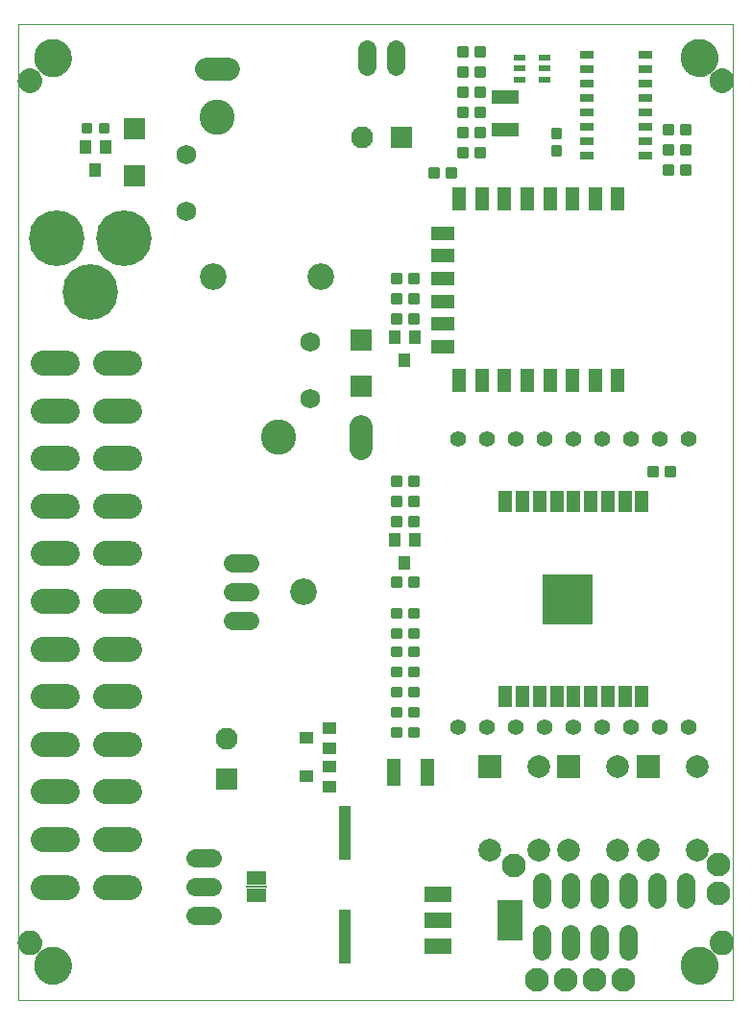
<source format=gts>
G75*
%MOIN*%
%OFA0B0*%
%FSLAX24Y24*%
%IPPOS*%
%LPD*%
%AMOC8*
5,1,8,0,0,1.08239X$1,22.5*
%
%ADD10C,0.0000*%
%ADD11C,0.1300*%
%ADD12R,0.0768X0.0768*%
%ADD13C,0.0768*%
%ADD14C,0.0634*%
%ADD15C,0.0867*%
%ADD16R,0.0940X0.0540*%
%ADD17R,0.0890X0.1440*%
%ADD18R,0.0490X0.0940*%
%ADD19R,0.0434X0.1890*%
%ADD20R,0.0512X0.0276*%
%ADD21C,0.0097*%
%ADD22R,0.0434X0.0237*%
%ADD23R,0.0790X0.0790*%
%ADD24C,0.0790*%
%ADD25C,0.0640*%
%ADD26C,0.1930*%
%ADD27C,0.0926*%
%ADD28C,0.0690*%
%ADD29C,0.1221*%
%ADD30R,0.0737X0.0749*%
%ADD31R,0.0512X0.0827*%
%ADD32R,0.0827X0.0512*%
%ADD33C,0.0808*%
%ADD34R,0.0940X0.0490*%
%ADD35R,0.0473X0.0768*%
%ADD36R,0.1733X0.1733*%
%ADD37C,0.0050*%
%ADD38C,0.0827*%
%ADD39R,0.0440X0.0490*%
%ADD40R,0.0490X0.0440*%
%ADD41R,0.0670X0.0500*%
%ADD42R,0.0720X0.0060*%
%ADD43C,0.0555*%
D10*
X001857Y002453D02*
X001857Y036312D01*
X026660Y036312D01*
X026660Y002453D01*
X001857Y002453D01*
X002408Y003634D02*
X002410Y003684D01*
X002416Y003734D01*
X002426Y003783D01*
X002440Y003831D01*
X002457Y003878D01*
X002478Y003923D01*
X002503Y003967D01*
X002531Y004008D01*
X002563Y004047D01*
X002597Y004084D01*
X002634Y004118D01*
X002674Y004148D01*
X002716Y004175D01*
X002760Y004199D01*
X002806Y004220D01*
X002853Y004236D01*
X002901Y004249D01*
X002951Y004258D01*
X003000Y004263D01*
X003051Y004264D01*
X003101Y004261D01*
X003150Y004254D01*
X003199Y004243D01*
X003247Y004228D01*
X003293Y004210D01*
X003338Y004188D01*
X003381Y004162D01*
X003422Y004133D01*
X003461Y004101D01*
X003497Y004066D01*
X003529Y004028D01*
X003559Y003988D01*
X003586Y003945D01*
X003609Y003901D01*
X003628Y003855D01*
X003644Y003807D01*
X003656Y003758D01*
X003664Y003709D01*
X003668Y003659D01*
X003668Y003609D01*
X003664Y003559D01*
X003656Y003510D01*
X003644Y003461D01*
X003628Y003413D01*
X003609Y003367D01*
X003586Y003323D01*
X003559Y003280D01*
X003529Y003240D01*
X003497Y003202D01*
X003461Y003167D01*
X003422Y003135D01*
X003381Y003106D01*
X003338Y003080D01*
X003293Y003058D01*
X003247Y003040D01*
X003199Y003025D01*
X003150Y003014D01*
X003101Y003007D01*
X003051Y003004D01*
X003000Y003005D01*
X002951Y003010D01*
X002901Y003019D01*
X002853Y003032D01*
X002806Y003048D01*
X002760Y003069D01*
X002716Y003093D01*
X002674Y003120D01*
X002634Y003150D01*
X002597Y003184D01*
X002563Y003221D01*
X002531Y003260D01*
X002503Y003301D01*
X002478Y003345D01*
X002457Y003390D01*
X002440Y003437D01*
X002426Y003485D01*
X002416Y003534D01*
X002410Y003584D01*
X002408Y003634D01*
X024849Y003634D02*
X024851Y003684D01*
X024857Y003734D01*
X024867Y003783D01*
X024881Y003831D01*
X024898Y003878D01*
X024919Y003923D01*
X024944Y003967D01*
X024972Y004008D01*
X025004Y004047D01*
X025038Y004084D01*
X025075Y004118D01*
X025115Y004148D01*
X025157Y004175D01*
X025201Y004199D01*
X025247Y004220D01*
X025294Y004236D01*
X025342Y004249D01*
X025392Y004258D01*
X025441Y004263D01*
X025492Y004264D01*
X025542Y004261D01*
X025591Y004254D01*
X025640Y004243D01*
X025688Y004228D01*
X025734Y004210D01*
X025779Y004188D01*
X025822Y004162D01*
X025863Y004133D01*
X025902Y004101D01*
X025938Y004066D01*
X025970Y004028D01*
X026000Y003988D01*
X026027Y003945D01*
X026050Y003901D01*
X026069Y003855D01*
X026085Y003807D01*
X026097Y003758D01*
X026105Y003709D01*
X026109Y003659D01*
X026109Y003609D01*
X026105Y003559D01*
X026097Y003510D01*
X026085Y003461D01*
X026069Y003413D01*
X026050Y003367D01*
X026027Y003323D01*
X026000Y003280D01*
X025970Y003240D01*
X025938Y003202D01*
X025902Y003167D01*
X025863Y003135D01*
X025822Y003106D01*
X025779Y003080D01*
X025734Y003058D01*
X025688Y003040D01*
X025640Y003025D01*
X025591Y003014D01*
X025542Y003007D01*
X025492Y003004D01*
X025441Y003005D01*
X025392Y003010D01*
X025342Y003019D01*
X025294Y003032D01*
X025247Y003048D01*
X025201Y003069D01*
X025157Y003093D01*
X025115Y003120D01*
X025075Y003150D01*
X025038Y003184D01*
X025004Y003221D01*
X024972Y003260D01*
X024944Y003301D01*
X024919Y003345D01*
X024898Y003390D01*
X024881Y003437D01*
X024867Y003485D01*
X024857Y003534D01*
X024851Y003584D01*
X024849Y003634D01*
X024849Y035130D02*
X024851Y035180D01*
X024857Y035230D01*
X024867Y035279D01*
X024881Y035327D01*
X024898Y035374D01*
X024919Y035419D01*
X024944Y035463D01*
X024972Y035504D01*
X025004Y035543D01*
X025038Y035580D01*
X025075Y035614D01*
X025115Y035644D01*
X025157Y035671D01*
X025201Y035695D01*
X025247Y035716D01*
X025294Y035732D01*
X025342Y035745D01*
X025392Y035754D01*
X025441Y035759D01*
X025492Y035760D01*
X025542Y035757D01*
X025591Y035750D01*
X025640Y035739D01*
X025688Y035724D01*
X025734Y035706D01*
X025779Y035684D01*
X025822Y035658D01*
X025863Y035629D01*
X025902Y035597D01*
X025938Y035562D01*
X025970Y035524D01*
X026000Y035484D01*
X026027Y035441D01*
X026050Y035397D01*
X026069Y035351D01*
X026085Y035303D01*
X026097Y035254D01*
X026105Y035205D01*
X026109Y035155D01*
X026109Y035105D01*
X026105Y035055D01*
X026097Y035006D01*
X026085Y034957D01*
X026069Y034909D01*
X026050Y034863D01*
X026027Y034819D01*
X026000Y034776D01*
X025970Y034736D01*
X025938Y034698D01*
X025902Y034663D01*
X025863Y034631D01*
X025822Y034602D01*
X025779Y034576D01*
X025734Y034554D01*
X025688Y034536D01*
X025640Y034521D01*
X025591Y034510D01*
X025542Y034503D01*
X025492Y034500D01*
X025441Y034501D01*
X025392Y034506D01*
X025342Y034515D01*
X025294Y034528D01*
X025247Y034544D01*
X025201Y034565D01*
X025157Y034589D01*
X025115Y034616D01*
X025075Y034646D01*
X025038Y034680D01*
X025004Y034717D01*
X024972Y034756D01*
X024944Y034797D01*
X024919Y034841D01*
X024898Y034886D01*
X024881Y034933D01*
X024867Y034981D01*
X024857Y035030D01*
X024851Y035080D01*
X024849Y035130D01*
X002408Y035130D02*
X002410Y035180D01*
X002416Y035230D01*
X002426Y035279D01*
X002440Y035327D01*
X002457Y035374D01*
X002478Y035419D01*
X002503Y035463D01*
X002531Y035504D01*
X002563Y035543D01*
X002597Y035580D01*
X002634Y035614D01*
X002674Y035644D01*
X002716Y035671D01*
X002760Y035695D01*
X002806Y035716D01*
X002853Y035732D01*
X002901Y035745D01*
X002951Y035754D01*
X003000Y035759D01*
X003051Y035760D01*
X003101Y035757D01*
X003150Y035750D01*
X003199Y035739D01*
X003247Y035724D01*
X003293Y035706D01*
X003338Y035684D01*
X003381Y035658D01*
X003422Y035629D01*
X003461Y035597D01*
X003497Y035562D01*
X003529Y035524D01*
X003559Y035484D01*
X003586Y035441D01*
X003609Y035397D01*
X003628Y035351D01*
X003644Y035303D01*
X003656Y035254D01*
X003664Y035205D01*
X003668Y035155D01*
X003668Y035105D01*
X003664Y035055D01*
X003656Y035006D01*
X003644Y034957D01*
X003628Y034909D01*
X003609Y034863D01*
X003586Y034819D01*
X003559Y034776D01*
X003529Y034736D01*
X003497Y034698D01*
X003461Y034663D01*
X003422Y034631D01*
X003381Y034602D01*
X003338Y034576D01*
X003293Y034554D01*
X003247Y034536D01*
X003199Y034521D01*
X003150Y034510D01*
X003101Y034503D01*
X003051Y034500D01*
X003000Y034501D01*
X002951Y034506D01*
X002901Y034515D01*
X002853Y034528D01*
X002806Y034544D01*
X002760Y034565D01*
X002716Y034589D01*
X002674Y034616D01*
X002634Y034646D01*
X002597Y034680D01*
X002563Y034717D01*
X002531Y034756D01*
X002503Y034797D01*
X002478Y034841D01*
X002457Y034886D01*
X002440Y034933D01*
X002426Y034981D01*
X002416Y035030D01*
X002410Y035080D01*
X002408Y035130D01*
D11*
X003038Y035130D03*
X025479Y035130D03*
X025479Y003634D03*
X003038Y003634D03*
D12*
X009070Y010118D03*
X015145Y032375D03*
D13*
X013767Y032375D03*
X009070Y011496D03*
D14*
X008567Y007363D02*
X007974Y007363D01*
X007974Y006363D02*
X008567Y006363D01*
X008567Y005363D02*
X007974Y005363D01*
D15*
X005716Y006351D02*
X004889Y006351D01*
X003550Y006351D02*
X002723Y006351D01*
X002723Y008005D02*
X003550Y008005D01*
X003550Y009658D02*
X002723Y009658D01*
X002723Y011312D02*
X003550Y011312D01*
X003550Y012965D02*
X002723Y012965D01*
X002723Y014619D02*
X003550Y014619D01*
X004889Y014619D02*
X005716Y014619D01*
X005716Y012965D02*
X004889Y012965D01*
X004889Y011312D02*
X005716Y011312D01*
X005716Y009658D02*
X004889Y009658D01*
X004889Y008005D02*
X005716Y008005D01*
X005716Y016272D02*
X004889Y016272D01*
X004889Y017926D02*
X005716Y017926D01*
X005716Y019579D02*
X004889Y019579D01*
X003550Y019579D02*
X002723Y019579D01*
X002723Y017926D02*
X003550Y017926D01*
X003550Y016272D02*
X002723Y016272D01*
X002723Y021233D02*
X003550Y021233D01*
X003550Y022886D02*
X002723Y022886D01*
X002723Y024540D02*
X003550Y024540D01*
X004889Y024540D02*
X005716Y024540D01*
X005716Y022886D02*
X004889Y022886D01*
X004889Y021233D02*
X005716Y021233D01*
D16*
X016394Y006114D03*
X016394Y005214D03*
X016394Y004314D03*
D17*
X018894Y005214D03*
D18*
X016032Y010323D03*
X014882Y010323D03*
D19*
X013191Y008234D03*
X013191Y004651D03*
D20*
X021564Y031743D03*
X021564Y032243D03*
X021564Y032743D03*
X021564Y033243D03*
X021564Y033743D03*
X021564Y034243D03*
X021564Y034743D03*
X021564Y035243D03*
X023611Y035243D03*
X023611Y034743D03*
X023611Y034243D03*
X023611Y033743D03*
X023611Y033243D03*
X023611Y032743D03*
X023611Y032243D03*
X023611Y031743D03*
D21*
X024245Y031807D02*
X024537Y031807D01*
X024245Y031807D02*
X024245Y032099D01*
X024537Y032099D01*
X024537Y031807D01*
X024537Y031904D02*
X024245Y031904D01*
X024245Y032001D02*
X024537Y032001D01*
X024537Y032098D02*
X024245Y032098D01*
X024245Y032507D02*
X024537Y032507D01*
X024245Y032507D02*
X024245Y032799D01*
X024537Y032799D01*
X024537Y032507D01*
X024537Y032604D02*
X024245Y032604D01*
X024245Y032701D02*
X024537Y032701D01*
X024537Y032798D02*
X024245Y032798D01*
X024845Y032507D02*
X025137Y032507D01*
X024845Y032507D02*
X024845Y032799D01*
X025137Y032799D01*
X025137Y032507D01*
X025137Y032604D02*
X024845Y032604D01*
X024845Y032701D02*
X025137Y032701D01*
X025137Y032798D02*
X024845Y032798D01*
X024845Y031807D02*
X025137Y031807D01*
X024845Y031807D02*
X024845Y032099D01*
X025137Y032099D01*
X025137Y031807D01*
X025137Y031904D02*
X024845Y031904D01*
X024845Y032001D02*
X025137Y032001D01*
X025137Y032098D02*
X024845Y032098D01*
X024845Y031399D02*
X025137Y031399D01*
X025137Y031107D01*
X024845Y031107D01*
X024845Y031399D01*
X024845Y031204D02*
X025137Y031204D01*
X025137Y031301D02*
X024845Y031301D01*
X024845Y031398D02*
X025137Y031398D01*
X024537Y031399D02*
X024245Y031399D01*
X024537Y031399D02*
X024537Y031107D01*
X024245Y031107D01*
X024245Y031399D01*
X024245Y031204D02*
X024537Y031204D01*
X024537Y031301D02*
X024245Y031301D01*
X024245Y031398D02*
X024537Y031398D01*
X020659Y031771D02*
X020659Y032063D01*
X020659Y031771D02*
X020367Y031771D01*
X020367Y032063D01*
X020659Y032063D01*
X020659Y031868D02*
X020367Y031868D01*
X020367Y031965D02*
X020659Y031965D01*
X020659Y032062D02*
X020367Y032062D01*
X020659Y032371D02*
X020659Y032663D01*
X020659Y032371D02*
X020367Y032371D01*
X020367Y032663D01*
X020659Y032663D01*
X020659Y032468D02*
X020367Y032468D01*
X020367Y032565D02*
X020659Y032565D01*
X020659Y032662D02*
X020367Y032662D01*
X018003Y032407D02*
X017711Y032407D01*
X017711Y032699D01*
X018003Y032699D01*
X018003Y032407D01*
X018003Y032504D02*
X017711Y032504D01*
X017711Y032601D02*
X018003Y032601D01*
X018003Y032698D02*
X017711Y032698D01*
X017403Y032407D02*
X017111Y032407D01*
X017111Y032699D01*
X017403Y032699D01*
X017403Y032407D01*
X017403Y032504D02*
X017111Y032504D01*
X017111Y032601D02*
X017403Y032601D01*
X017403Y032698D02*
X017111Y032698D01*
X017111Y033107D02*
X017403Y033107D01*
X017111Y033107D02*
X017111Y033399D01*
X017403Y033399D01*
X017403Y033107D01*
X017403Y033204D02*
X017111Y033204D01*
X017111Y033301D02*
X017403Y033301D01*
X017403Y033398D02*
X017111Y033398D01*
X017111Y034099D02*
X017403Y034099D01*
X017403Y033807D01*
X017111Y033807D01*
X017111Y034099D01*
X017111Y033904D02*
X017403Y033904D01*
X017403Y034001D02*
X017111Y034001D01*
X017111Y034098D02*
X017403Y034098D01*
X017403Y034799D02*
X017111Y034799D01*
X017403Y034799D02*
X017403Y034507D01*
X017111Y034507D01*
X017111Y034799D01*
X017111Y034604D02*
X017403Y034604D01*
X017403Y034701D02*
X017111Y034701D01*
X017111Y034798D02*
X017403Y034798D01*
X017403Y035499D02*
X017111Y035499D01*
X017403Y035499D02*
X017403Y035207D01*
X017111Y035207D01*
X017111Y035499D01*
X017111Y035304D02*
X017403Y035304D01*
X017403Y035401D02*
X017111Y035401D01*
X017111Y035498D02*
X017403Y035498D01*
X017711Y035499D02*
X018003Y035499D01*
X018003Y035207D01*
X017711Y035207D01*
X017711Y035499D01*
X017711Y035304D02*
X018003Y035304D01*
X018003Y035401D02*
X017711Y035401D01*
X017711Y035498D02*
X018003Y035498D01*
X018003Y034799D02*
X017711Y034799D01*
X018003Y034799D02*
X018003Y034507D01*
X017711Y034507D01*
X017711Y034799D01*
X017711Y034604D02*
X018003Y034604D01*
X018003Y034701D02*
X017711Y034701D01*
X017711Y034798D02*
X018003Y034798D01*
X018003Y034099D02*
X017711Y034099D01*
X018003Y034099D02*
X018003Y033807D01*
X017711Y033807D01*
X017711Y034099D01*
X017711Y033904D02*
X018003Y033904D01*
X018003Y034001D02*
X017711Y034001D01*
X017711Y034098D02*
X018003Y034098D01*
X018003Y033107D02*
X017711Y033107D01*
X017711Y033399D01*
X018003Y033399D01*
X018003Y033107D01*
X018003Y033204D02*
X017711Y033204D01*
X017711Y033301D02*
X018003Y033301D01*
X018003Y033398D02*
X017711Y033398D01*
X017711Y031999D02*
X018003Y031999D01*
X018003Y031707D01*
X017711Y031707D01*
X017711Y031999D01*
X017711Y031804D02*
X018003Y031804D01*
X018003Y031901D02*
X017711Y031901D01*
X017711Y031998D02*
X018003Y031998D01*
X017403Y031999D02*
X017111Y031999D01*
X017403Y031999D02*
X017403Y031707D01*
X017111Y031707D01*
X017111Y031999D01*
X017111Y031804D02*
X017403Y031804D01*
X017403Y031901D02*
X017111Y031901D01*
X017111Y031998D02*
X017403Y031998D01*
X017003Y031299D02*
X016711Y031299D01*
X017003Y031299D02*
X017003Y031007D01*
X016711Y031007D01*
X016711Y031299D01*
X016711Y031104D02*
X017003Y031104D01*
X017003Y031201D02*
X016711Y031201D01*
X016711Y031298D02*
X017003Y031298D01*
X016403Y031299D02*
X016111Y031299D01*
X016403Y031299D02*
X016403Y031007D01*
X016111Y031007D01*
X016111Y031299D01*
X016111Y031104D02*
X016403Y031104D01*
X016403Y031201D02*
X016111Y031201D01*
X016111Y031298D02*
X016403Y031298D01*
X015703Y027337D02*
X015411Y027337D01*
X015411Y027629D01*
X015703Y027629D01*
X015703Y027337D01*
X015703Y027434D02*
X015411Y027434D01*
X015411Y027531D02*
X015703Y027531D01*
X015703Y027628D02*
X015411Y027628D01*
X015103Y027337D02*
X014811Y027337D01*
X014811Y027629D01*
X015103Y027629D01*
X015103Y027337D01*
X015103Y027434D02*
X014811Y027434D01*
X014811Y027531D02*
X015103Y027531D01*
X015103Y027628D02*
X014811Y027628D01*
X014811Y026929D02*
X015103Y026929D01*
X015103Y026637D01*
X014811Y026637D01*
X014811Y026929D01*
X014811Y026734D02*
X015103Y026734D01*
X015103Y026831D02*
X014811Y026831D01*
X014811Y026928D02*
X015103Y026928D01*
X015411Y026929D02*
X015703Y026929D01*
X015703Y026637D01*
X015411Y026637D01*
X015411Y026929D01*
X015411Y026734D02*
X015703Y026734D01*
X015703Y026831D02*
X015411Y026831D01*
X015411Y026928D02*
X015703Y026928D01*
X015703Y026229D02*
X015411Y026229D01*
X015703Y026229D02*
X015703Y025937D01*
X015411Y025937D01*
X015411Y026229D01*
X015411Y026034D02*
X015703Y026034D01*
X015703Y026131D02*
X015411Y026131D01*
X015411Y026228D02*
X015703Y026228D01*
X015103Y026229D02*
X014811Y026229D01*
X015103Y026229D02*
X015103Y025937D01*
X014811Y025937D01*
X014811Y026229D01*
X014811Y026034D02*
X015103Y026034D01*
X015103Y026131D02*
X014811Y026131D01*
X014811Y026228D02*
X015103Y026228D01*
X015103Y020307D02*
X014811Y020307D01*
X014811Y020599D01*
X015103Y020599D01*
X015103Y020307D01*
X015103Y020404D02*
X014811Y020404D01*
X014811Y020501D02*
X015103Y020501D01*
X015103Y020598D02*
X014811Y020598D01*
X014811Y019899D02*
X015103Y019899D01*
X015103Y019607D01*
X014811Y019607D01*
X014811Y019899D01*
X014811Y019704D02*
X015103Y019704D01*
X015103Y019801D02*
X014811Y019801D01*
X014811Y019898D02*
X015103Y019898D01*
X015411Y019899D02*
X015703Y019899D01*
X015703Y019607D01*
X015411Y019607D01*
X015411Y019899D01*
X015411Y019704D02*
X015703Y019704D01*
X015703Y019801D02*
X015411Y019801D01*
X015411Y019898D02*
X015703Y019898D01*
X015703Y020307D02*
X015411Y020307D01*
X015411Y020599D01*
X015703Y020599D01*
X015703Y020307D01*
X015703Y020404D02*
X015411Y020404D01*
X015411Y020501D02*
X015703Y020501D01*
X015703Y020598D02*
X015411Y020598D01*
X015411Y019199D02*
X015703Y019199D01*
X015703Y018907D01*
X015411Y018907D01*
X015411Y019199D01*
X015411Y019004D02*
X015703Y019004D01*
X015703Y019101D02*
X015411Y019101D01*
X015411Y019198D02*
X015703Y019198D01*
X015103Y019199D02*
X014811Y019199D01*
X015103Y019199D02*
X015103Y018907D01*
X014811Y018907D01*
X014811Y019199D01*
X014811Y019004D02*
X015103Y019004D01*
X015103Y019101D02*
X014811Y019101D01*
X014811Y019198D02*
X015103Y019198D01*
X015103Y016807D02*
X014811Y016807D01*
X014811Y017099D01*
X015103Y017099D01*
X015103Y016807D01*
X015103Y016904D02*
X014811Y016904D01*
X014811Y017001D02*
X015103Y017001D01*
X015103Y017098D02*
X014811Y017098D01*
X015411Y016807D02*
X015703Y016807D01*
X015411Y016807D02*
X015411Y017099D01*
X015703Y017099D01*
X015703Y016807D01*
X015703Y016904D02*
X015411Y016904D01*
X015411Y017001D02*
X015703Y017001D01*
X015703Y017098D02*
X015411Y017098D01*
X015411Y015727D02*
X015703Y015727D01*
X015411Y015727D02*
X015411Y016019D01*
X015703Y016019D01*
X015703Y015727D01*
X015703Y015824D02*
X015411Y015824D01*
X015411Y015921D02*
X015703Y015921D01*
X015703Y016018D02*
X015411Y016018D01*
X015103Y015727D02*
X014811Y015727D01*
X014811Y016019D01*
X015103Y016019D01*
X015103Y015727D01*
X015103Y015824D02*
X014811Y015824D01*
X014811Y015921D02*
X015103Y015921D01*
X015103Y016018D02*
X014811Y016018D01*
X014811Y015319D02*
X015103Y015319D01*
X015103Y015027D01*
X014811Y015027D01*
X014811Y015319D01*
X014811Y015124D02*
X015103Y015124D01*
X015103Y015221D02*
X014811Y015221D01*
X014811Y015318D02*
X015103Y015318D01*
X015411Y015319D02*
X015703Y015319D01*
X015703Y015027D01*
X015411Y015027D01*
X015411Y015319D01*
X015411Y015124D02*
X015703Y015124D01*
X015703Y015221D02*
X015411Y015221D01*
X015411Y015318D02*
X015703Y015318D01*
X015703Y014397D02*
X015411Y014397D01*
X015411Y014689D01*
X015703Y014689D01*
X015703Y014397D01*
X015703Y014494D02*
X015411Y014494D01*
X015411Y014591D02*
X015703Y014591D01*
X015703Y014688D02*
X015411Y014688D01*
X015103Y014397D02*
X014811Y014397D01*
X014811Y014689D01*
X015103Y014689D01*
X015103Y014397D01*
X015103Y014494D02*
X014811Y014494D01*
X014811Y014591D02*
X015103Y014591D01*
X015103Y014688D02*
X014811Y014688D01*
X014811Y013989D02*
X015103Y013989D01*
X015103Y013697D01*
X014811Y013697D01*
X014811Y013989D01*
X014811Y013794D02*
X015103Y013794D01*
X015103Y013891D02*
X014811Y013891D01*
X014811Y013988D02*
X015103Y013988D01*
X015411Y013989D02*
X015703Y013989D01*
X015703Y013697D01*
X015411Y013697D01*
X015411Y013989D01*
X015411Y013794D02*
X015703Y013794D01*
X015703Y013891D02*
X015411Y013891D01*
X015411Y013988D02*
X015703Y013988D01*
X015703Y012997D02*
X015411Y012997D01*
X015411Y013289D01*
X015703Y013289D01*
X015703Y012997D01*
X015703Y013094D02*
X015411Y013094D01*
X015411Y013191D02*
X015703Y013191D01*
X015703Y013288D02*
X015411Y013288D01*
X015103Y012997D02*
X014811Y012997D01*
X014811Y013289D01*
X015103Y013289D01*
X015103Y012997D01*
X015103Y013094D02*
X014811Y013094D01*
X014811Y013191D02*
X015103Y013191D01*
X015103Y013288D02*
X014811Y013288D01*
X014811Y012297D02*
X015103Y012297D01*
X014811Y012297D02*
X014811Y012589D01*
X015103Y012589D01*
X015103Y012297D01*
X015103Y012394D02*
X014811Y012394D01*
X014811Y012491D02*
X015103Y012491D01*
X015103Y012588D02*
X014811Y012588D01*
X014811Y011889D02*
X015103Y011889D01*
X015103Y011597D01*
X014811Y011597D01*
X014811Y011889D01*
X014811Y011694D02*
X015103Y011694D01*
X015103Y011791D02*
X014811Y011791D01*
X014811Y011888D02*
X015103Y011888D01*
X015411Y011889D02*
X015703Y011889D01*
X015703Y011597D01*
X015411Y011597D01*
X015411Y011889D01*
X015411Y011694D02*
X015703Y011694D01*
X015703Y011791D02*
X015411Y011791D01*
X015411Y011888D02*
X015703Y011888D01*
X015703Y012297D02*
X015411Y012297D01*
X015411Y012589D01*
X015703Y012589D01*
X015703Y012297D01*
X015703Y012394D02*
X015411Y012394D01*
X015411Y012491D02*
X015703Y012491D01*
X015703Y012588D02*
X015411Y012588D01*
X023706Y020637D02*
X023998Y020637D01*
X023706Y020637D02*
X023706Y020929D01*
X023998Y020929D01*
X023998Y020637D01*
X023998Y020734D02*
X023706Y020734D01*
X023706Y020831D02*
X023998Y020831D01*
X023998Y020928D02*
X023706Y020928D01*
X024306Y020637D02*
X024598Y020637D01*
X024306Y020637D02*
X024306Y020929D01*
X024598Y020929D01*
X024598Y020637D01*
X024598Y020734D02*
X024306Y020734D01*
X024306Y020831D02*
X024598Y020831D01*
X024598Y020928D02*
X024306Y020928D01*
X004957Y032564D02*
X004665Y032564D01*
X004665Y032856D01*
X004957Y032856D01*
X004957Y032564D01*
X004957Y032661D02*
X004665Y032661D01*
X004665Y032758D02*
X004957Y032758D01*
X004957Y032855D02*
X004665Y032855D01*
X004357Y032564D02*
X004065Y032564D01*
X004065Y032856D01*
X004357Y032856D01*
X004357Y032564D01*
X004357Y032661D02*
X004065Y032661D01*
X004065Y032758D02*
X004357Y032758D01*
X004357Y032855D02*
X004065Y032855D01*
D22*
X019254Y034389D03*
X019254Y034763D03*
X019254Y035137D03*
X020120Y035137D03*
X020120Y034763D03*
X020120Y034389D03*
D23*
X020951Y010553D03*
X023707Y010553D03*
X018195Y010553D03*
D24*
X019895Y010553D03*
X019895Y007653D03*
X020951Y007653D03*
X022651Y007653D03*
X023707Y007653D03*
X025407Y007653D03*
X025407Y010553D03*
X022651Y010553D03*
X018195Y007653D03*
D25*
X020007Y006553D02*
X020007Y005953D01*
X020007Y004753D02*
X020007Y004153D01*
X021007Y004153D02*
X021007Y004753D01*
X022007Y004753D02*
X022007Y004153D01*
X023007Y004153D02*
X023007Y004753D01*
X023007Y005953D02*
X023007Y006553D01*
X022007Y006553D02*
X022007Y005953D01*
X021007Y005953D02*
X021007Y006553D01*
X024007Y006553D02*
X024007Y005953D01*
X025007Y005953D02*
X025007Y006553D01*
X009861Y015614D02*
X009261Y015614D01*
X009261Y016614D02*
X009861Y016614D01*
X009861Y017614D02*
X009261Y017614D01*
X013956Y034830D02*
X013956Y035430D01*
X014956Y035430D02*
X014956Y034830D01*
D26*
X005515Y028871D03*
X004334Y027020D03*
X003192Y028871D03*
D27*
X008596Y027534D03*
X012337Y027534D03*
X011742Y016614D03*
D28*
X011963Y023302D03*
X011963Y025270D03*
X007671Y029798D03*
X007671Y031766D03*
D29*
X008754Y033085D03*
X010880Y021983D03*
D30*
X013728Y023740D03*
X013728Y025348D03*
X005890Y031053D03*
X005890Y032660D03*
D31*
X017148Y030232D03*
X017936Y030232D03*
X018723Y030232D03*
X019510Y030232D03*
X020298Y030232D03*
X021085Y030232D03*
X021873Y030232D03*
X022660Y030232D03*
X022660Y023933D03*
X021873Y023933D03*
X021085Y023933D03*
X020298Y023933D03*
X019510Y023933D03*
X018723Y023933D03*
X017936Y023933D03*
X017148Y023933D03*
D32*
X016566Y025114D03*
X016566Y025901D03*
X016566Y026689D03*
X016566Y027476D03*
X016566Y028263D03*
X016566Y029051D03*
D33*
X013758Y022355D02*
X013758Y021588D01*
X009142Y034728D02*
X008374Y034728D01*
D34*
X018757Y033778D03*
X018757Y032628D03*
D35*
X018760Y019728D03*
X019351Y019728D03*
X019941Y019728D03*
X020532Y019728D03*
X021122Y019728D03*
X021713Y019728D03*
X022304Y019728D03*
X022894Y019728D03*
X023485Y019728D03*
X023485Y012976D03*
X022894Y012976D03*
X022304Y012976D03*
X021713Y012976D03*
X021122Y012976D03*
X020532Y012976D03*
X019941Y012976D03*
X019351Y012976D03*
X018760Y012976D03*
D36*
X020898Y016352D03*
D37*
X026132Y004792D02*
X026070Y004763D01*
X026014Y004723D01*
X025965Y004675D01*
X025926Y004619D01*
X025897Y004556D01*
X025879Y004490D01*
X025873Y004422D01*
X025879Y004353D01*
X025897Y004287D01*
X025926Y004225D01*
X025965Y004169D01*
X026014Y004120D01*
X026070Y004081D01*
X026132Y004052D01*
X026198Y004034D01*
X026267Y004028D01*
X026335Y004034D01*
X026401Y004052D01*
X026464Y004081D01*
X026520Y004120D01*
X026568Y004169D01*
X026608Y004225D01*
X026637Y004287D01*
X026654Y004353D01*
X026660Y004422D01*
X026654Y004490D01*
X026637Y004556D01*
X026608Y004619D01*
X026568Y004675D01*
X026520Y004723D01*
X026464Y004763D01*
X026401Y004792D01*
X026335Y004810D01*
X026267Y004816D01*
X026198Y004810D01*
X026132Y004792D01*
X026110Y004781D02*
X026424Y004781D01*
X026506Y004733D02*
X026027Y004733D01*
X025975Y004684D02*
X026559Y004684D01*
X026596Y004636D02*
X025938Y004636D01*
X025911Y004587D02*
X026622Y004587D01*
X026641Y004539D02*
X025892Y004539D01*
X025879Y004490D02*
X026654Y004490D01*
X026659Y004442D02*
X025875Y004442D01*
X025876Y004393D02*
X026658Y004393D01*
X026652Y004345D02*
X025881Y004345D01*
X025894Y004296D02*
X026639Y004296D01*
X026618Y004248D02*
X025915Y004248D01*
X025944Y004199D02*
X026590Y004199D01*
X026550Y004151D02*
X025983Y004151D01*
X026039Y004102D02*
X026494Y004102D01*
X026406Y004054D02*
X026128Y004054D01*
X026267Y033949D02*
X026198Y033955D01*
X026132Y033973D01*
X026070Y034002D01*
X026014Y034042D01*
X025965Y034090D01*
X025926Y034146D01*
X025897Y034208D01*
X025879Y034275D01*
X025873Y034343D01*
X025879Y034411D01*
X025897Y034478D01*
X025926Y034540D01*
X025965Y034596D01*
X026014Y034645D01*
X026070Y034684D01*
X026132Y034713D01*
X026198Y034731D01*
X026267Y034737D01*
X026335Y034731D01*
X026401Y034713D01*
X026464Y034684D01*
X026520Y034645D01*
X026568Y034596D01*
X026608Y034540D01*
X026637Y034478D01*
X026654Y034411D01*
X026660Y034343D01*
X026654Y034275D01*
X026637Y034208D01*
X026608Y034146D01*
X026568Y034090D01*
X026520Y034042D01*
X026464Y034002D01*
X026401Y033973D01*
X026335Y033955D01*
X026267Y033949D01*
X026121Y033978D02*
X026413Y033978D01*
X026499Y034027D02*
X026034Y034027D01*
X025980Y034075D02*
X026554Y034075D01*
X026592Y034124D02*
X025941Y034124D01*
X025914Y034172D02*
X026620Y034172D01*
X026640Y034221D02*
X025893Y034221D01*
X025880Y034269D02*
X026653Y034269D01*
X026658Y034318D02*
X025875Y034318D01*
X025875Y034366D02*
X026658Y034366D01*
X026654Y034415D02*
X025880Y034415D01*
X025893Y034463D02*
X026641Y034463D01*
X026621Y034512D02*
X025913Y034512D01*
X025940Y034560D02*
X026593Y034560D01*
X026555Y034609D02*
X025978Y034609D01*
X026032Y034657D02*
X026502Y034657D01*
X026417Y034706D02*
X026117Y034706D01*
X002645Y034343D02*
X002639Y034275D01*
X002621Y034208D01*
X002592Y034146D01*
X002553Y034090D01*
X002504Y034042D01*
X002448Y034002D01*
X002386Y033973D01*
X002319Y033955D01*
X002251Y033949D01*
X002183Y033955D01*
X002116Y033973D01*
X002054Y034002D01*
X001998Y034042D01*
X001949Y034090D01*
X001910Y034146D01*
X001881Y034208D01*
X001863Y034275D01*
X001857Y034343D01*
X001863Y034411D01*
X001881Y034478D01*
X001910Y034540D01*
X001949Y034596D01*
X001998Y034645D01*
X002054Y034684D01*
X002116Y034713D01*
X002183Y034731D01*
X002251Y034737D01*
X002319Y034731D01*
X002386Y034713D01*
X002448Y034684D01*
X002504Y034645D01*
X002553Y034596D01*
X002592Y034540D01*
X002621Y034478D01*
X002639Y034411D01*
X002645Y034343D01*
X002643Y034366D02*
X001859Y034366D01*
X001859Y034318D02*
X002642Y034318D01*
X002637Y034269D02*
X001865Y034269D01*
X001878Y034221D02*
X002624Y034221D01*
X002604Y034172D02*
X001898Y034172D01*
X001926Y034124D02*
X002576Y034124D01*
X002538Y034075D02*
X001964Y034075D01*
X002019Y034027D02*
X002483Y034027D01*
X002397Y033978D02*
X002105Y033978D01*
X001864Y034415D02*
X002638Y034415D01*
X002625Y034463D02*
X001877Y034463D01*
X001897Y034512D02*
X002605Y034512D01*
X002578Y034560D02*
X001924Y034560D01*
X001962Y034609D02*
X002540Y034609D01*
X002486Y034657D02*
X002016Y034657D01*
X002101Y034706D02*
X002401Y034706D01*
X002251Y004816D02*
X002183Y004810D01*
X002116Y004792D01*
X002054Y004763D01*
X001998Y004723D01*
X001949Y004675D01*
X001910Y004619D01*
X001881Y004556D01*
X001863Y004490D01*
X001857Y004422D01*
X001863Y004353D01*
X001881Y004287D01*
X001910Y004225D01*
X001949Y004169D01*
X001998Y004120D01*
X002054Y004081D01*
X002116Y004052D01*
X002183Y004034D01*
X002251Y004028D01*
X002319Y004034D01*
X002386Y004052D01*
X002448Y004081D01*
X002504Y004120D01*
X002553Y004169D01*
X002592Y004225D01*
X002621Y004287D01*
X002639Y004353D01*
X002645Y004422D01*
X002639Y004490D01*
X002621Y004556D01*
X002592Y004619D01*
X002553Y004675D01*
X002504Y004723D01*
X002448Y004763D01*
X002386Y004792D01*
X002319Y004810D01*
X002251Y004816D01*
X002094Y004781D02*
X002408Y004781D01*
X002491Y004733D02*
X002011Y004733D01*
X001959Y004684D02*
X002543Y004684D01*
X002580Y004636D02*
X001922Y004636D01*
X001895Y004587D02*
X002607Y004587D01*
X002626Y004539D02*
X001876Y004539D01*
X001863Y004490D02*
X002639Y004490D01*
X002643Y004442D02*
X001859Y004442D01*
X001860Y004393D02*
X002642Y004393D01*
X002636Y004345D02*
X001866Y004345D01*
X001879Y004296D02*
X002623Y004296D01*
X002603Y004248D02*
X001899Y004248D01*
X001928Y004199D02*
X002574Y004199D01*
X002535Y004151D02*
X001967Y004151D01*
X002023Y004102D02*
X002478Y004102D01*
X002390Y004054D02*
X002112Y004054D01*
D38*
X019045Y007117D03*
X019857Y003153D03*
X020857Y003153D03*
X021857Y003153D03*
X022857Y003153D03*
X026157Y006133D03*
X026157Y007133D03*
D39*
X015607Y018403D03*
X015257Y017603D03*
X014907Y018403D03*
X015257Y024633D03*
X014907Y025433D03*
X015607Y025433D03*
X004861Y032051D03*
X004161Y032051D03*
X004511Y031251D03*
D40*
X012647Y011873D03*
X012647Y011173D03*
X012647Y010543D03*
X012647Y009843D03*
X011847Y010193D03*
X011847Y011523D03*
D41*
X010118Y006663D03*
X010118Y006063D03*
D42*
X010118Y006363D03*
D43*
X017122Y011922D03*
X018122Y011922D03*
X019122Y011922D03*
X020122Y011922D03*
X021122Y011922D03*
X022122Y011922D03*
X023122Y011922D03*
X024122Y011922D03*
X025122Y011922D03*
X025122Y021922D03*
X024122Y021922D03*
X023122Y021922D03*
X022122Y021922D03*
X021122Y021922D03*
X020122Y021922D03*
X019122Y021922D03*
X018122Y021922D03*
X017122Y021922D03*
M02*

</source>
